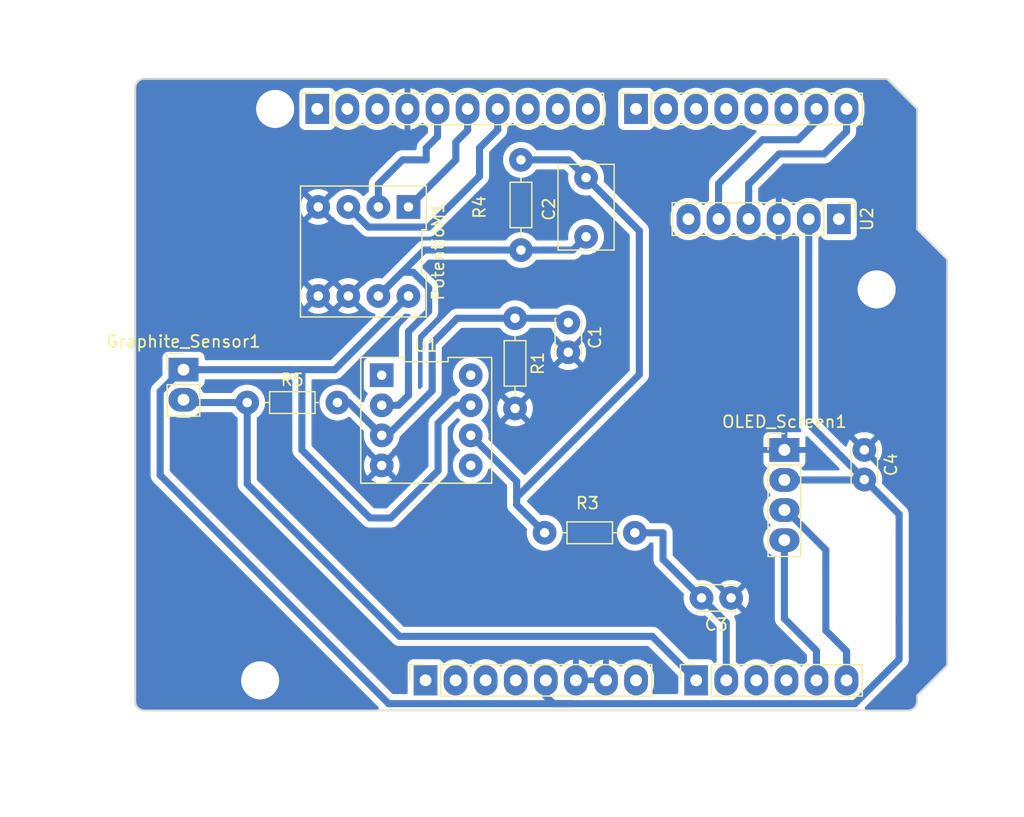
<source format=kicad_pcb>
(kicad_pcb (version 20241229) (generator "pcbnew") (generator_version "9.0")
  (title_block (date "mar. 31 mars 2015"))
  (layers (0 "F.Cu" signal) (2 "B.Cu" signal) (13 "F.Paste" user) (15 "B.Paste" user) (5 "F.SilkS" user "F.Silkscreen") (7 "B.SilkS" user "B.Silkscreen") (1 "F.Mask" user) (3 "B.Mask" user) (25 "Edge.Cuts" user))
  (net 0 "")
  (net 1 "GND")
  (net 3 "+5V")
  (net 4 "/IOREF")
  (net 5 "Net-(U1-+)")
  (net 6 "R2")
  (net 7 "/A2")
  (net 8 "/A3")
  (net 9 "Flex_Out")
  (net 10 "BluetoothInput")
  (net 11 "SCL")
  (net 12 "D11")
  (net 13 "/AREF")
  (net 14 "/8")
  (net 15 "/7")
  (net 16 "D13")
  (net 17 "BluetoothOutput")
  (net 18 "SDA")
  (net 19 "/4")
  (net 20 "/2")
  (net 21 "/*6")
  (net 22 "/*5")
  (net 23 "D12")
  (net 24 "/*3")
  (net 25 "+3V3")
  (net 26 "VCC")
  (net 27 "/~{RESET}")
  (net 28 "Net-(C2-Pad2)")
  (net 29 "AmpliOut")
  (net 30 "/*9")
  (net 36 "/*10")
  (footprint "Connector_PinSocket_2.54mm:PinSocket_1x08_P2.54mm_Vertical" (layer "F.Cu") (at 127.94 97.46 90)
    (property "Reference" "J1" (hide yes))
    (property "Value" "Power")
    (fp_line (start 1.33 -1.33) (end 1.33 0) (stroke (width 0.12)) (layer "F.SilkS"))
    (fp_line (start 0 -1.33) (end 1.33 -1.33) (stroke (width 0.12)) (layer "F.SilkS"))
    (fp_line (start 1.33 1.27) (end 1.33 19.11) (stroke (width 0.12)) (layer "F.SilkS"))
    (fp_line (start -1.33 1.27) (end 1.33 1.27) (stroke (width 0.12)) (layer "F.SilkS"))
    (fp_line (start -1.33 1.27) (end -1.33 19.11) (stroke (width 0.12)) (layer "F.SilkS"))
    (fp_line (start -1.33 19.11) (end 1.33 19.11) (stroke (width 0.12)) (layer "F.SilkS"))
    (pad "1" thru_hole rect (at 0 0 90) (size 2.54 2) (drill 1) (layers "*.Cu" "*.Mask"))
    (pad "2" thru_hole oval (at 0 2.54 90) (size 2.54 2) (drill 1) (layers "*.Cu" "*.Mask") (net 4 "/IOREF"))
    (pad "3" thru_hole oval (at 0 5.08 90) (size 2.54 2) (drill 1) (layers "*.Cu" "*.Mask") (net 27 "/~{RESET}"))
    (pad "4" thru_hole oval (at 0 7.62 90) (size 2.54 2) (drill 1) (layers "*.Cu" "*.Mask") (net 25 "+3V3"))
    (pad "5" thru_hole oval (at 0 10.16 90) (size 2.54 2) (drill 1) (layers "*.Cu" "*.Mask") (net 3 "+5V"))
    (pad "6" thru_hole oval (at 0 12.7 90) (size 2.54 2) (drill 1) (layers "*.Cu" "*.Mask") (net 1 "GND"))
    (pad "7" thru_hole oval (at 0 15.24 90) (size 2.54 2) (drill 1) (layers "*.Cu" "*.Mask") (net 1 "GND"))
    (pad "8" thru_hole oval (at 0 17.78 90) (size 2.54 2) (drill 1) (layers "*.Cu" "*.Mask") (net 26 "VCC"))
  )
  (footprint "Connector_PinSocket_2.54mm:PinSocket_1x06_P2.54mm_Vertical" (layer "F.Cu") (at 150.8 97.46 90)
    (property "Reference" "J3" (hide yes))
    (property "Value" "Analog")
    (fp_line (start 1.33 -1.33) (end 1.33 0) (stroke (width 0.12)) (layer "F.SilkS"))
    (fp_line (start 0 -1.33) (end 1.33 -1.33) (stroke (width 0.12)) (layer "F.SilkS"))
    (fp_line (start 1.33 1.27) (end 1.33 14.03) (stroke (width 0.12)) (layer "F.SilkS"))
    (fp_line (start -1.33 1.27) (end 1.33 1.27) (stroke (width 0.12)) (layer "F.SilkS"))
    (fp_line (start -1.33 1.27) (end -1.33 14.03) (stroke (width 0.12)) (layer "F.SilkS"))
    (fp_line (start -1.33 14.03) (end 1.33 14.03) (stroke (width 0.12)) (layer "F.SilkS"))
    (pad "1" thru_hole rect (at 0 0 90) (size 2.54 2) (drill 1) (layers "*.Cu" "*.Mask") (net 9 "Flex_Out"))
    (pad "2" thru_hole oval (at 0 2.54 90) (size 2.54 2) (drill 1) (layers "*.Cu" "*.Mask") (net 29 "AmpliOut"))
    (pad "3" thru_hole oval (at 0 5.08 90) (size 2.54 2) (drill 1) (layers "*.Cu" "*.Mask") (net 7 "/A2"))
    (pad "4" thru_hole oval (at 0 7.62 90) (size 2.54 2) (drill 1) (layers "*.Cu" "*.Mask") (net 8 "/A3"))
    (pad "5" thru_hole oval (at 0 10.16 90) (size 2.54 2) (drill 1) (layers "*.Cu" "*.Mask") (net 18 "SDA"))
    (pad "6" thru_hole oval (at 0 12.7 90) (size 2.54 2) (drill 1) (layers "*.Cu" "*.Mask") (net 11 "SCL"))
  )
  (footprint "Connector_PinSocket_2.54mm:PinSocket_1x10_P2.54mm_Vertical" (layer "F.Cu") (at 118.796 49.2 90)
    (property "Reference" "J2" (hide yes))
    (property "Value" "Digital/PWM")
    (fp_line (start 1.33 -1.33) (end 1.33 0) (stroke (width 0.12)) (layer "F.SilkS"))
    (fp_line (start 0 -1.33) (end 1.33 -1.33) (stroke (width 0.12)) (layer "F.SilkS"))
    (fp_line (start 1.33 1.27) (end 1.33 24.19) (stroke (width 0.12)) (layer "F.SilkS"))
    (fp_line (start -1.33 1.27) (end 1.33 1.27) (stroke (width 0.12)) (layer "F.SilkS"))
    (fp_line (start -1.33 1.27) (end -1.33 24.19) (stroke (width 0.12)) (layer "F.SilkS"))
    (fp_line (start -1.33 24.19) (end 1.33 24.19) (stroke (width 0.12)) (layer "F.SilkS"))
    (pad "1" thru_hole rect (at 0 0 90) (size 2.54 2) (drill 1) (layers "*.Cu" "*.Mask") (net 11 "SCL"))
    (pad "2" thru_hole oval (at 0 2.54 90) (size 2.54 2) (drill 1) (layers "*.Cu" "*.Mask") (net 18 "SDA"))
    (pad "3" thru_hole oval (at 0 5.08 90) (size 2.54 2) (drill 1) (layers "*.Cu" "*.Mask") (net 13 "/AREF"))
    (pad "4" thru_hole oval (at 0 7.62 90) (size 2.54 2) (drill 1) (layers "*.Cu" "*.Mask") (net 1 "GND"))
    (pad "5" thru_hole oval (at 0 10.16 90) (size 2.54 2) (drill 1) (layers "*.Cu" "*.Mask") (net 16 "D13"))
    (pad "6" thru_hole oval (at 0 12.7 90) (size 2.54 2) (drill 1) (layers "*.Cu" "*.Mask") (net 23 "D12"))
    (pad "7" thru_hole oval (at 0 15.24 90) (size 2.54 2) (drill 1) (layers "*.Cu" "*.Mask") (net 12 "D11"))
    (pad "8" thru_hole oval (at 0 17.78 90) (size 2.54 2) (drill 1) (layers "*.Cu" "*.Mask") (net 36 "/*10"))
    (pad "9" thru_hole oval (at 0 20.32 90) (size 2.54 2) (drill 1) (layers "*.Cu" "*.Mask") (net 30 "/*9"))
    (pad "10" thru_hole oval (at 0 22.86 90) (size 2.54 2) (drill 1) (layers "*.Cu" "*.Mask") (net 14 "/8"))
  )
  (footprint "Connector_PinSocket_2.54mm:PinSocket_1x08_P2.54mm_Vertical" (layer "F.Cu") (at 145.72 49.2 90)
    (property "Reference" "J4" (hide yes))
    (property "Value" "Digital/PWM")
    (fp_line (start 1.33 -1.33) (end 1.33 0) (stroke (width 0.12)) (layer "F.SilkS"))
    (fp_line (start 0 -1.33) (end 1.33 -1.33) (stroke (width 0.12)) (layer "F.SilkS"))
    (fp_line (start 1.33 1.27) (end 1.33 19.11) (stroke (width 0.12)) (layer "F.SilkS"))
    (fp_line (start -1.33 1.27) (end 1.33 1.27) (stroke (width 0.12)) (layer "F.SilkS"))
    (fp_line (start -1.33 1.27) (end -1.33 19.11) (stroke (width 0.12)) (layer "F.SilkS"))
    (fp_line (start -1.33 19.11) (end 1.33 19.11) (stroke (width 0.12)) (layer "F.SilkS"))
    (pad "1" thru_hole rect (at 0 0 90) (size 2.54 2) (drill 1) (layers "*.Cu" "*.Mask") (net 15 "/7"))
    (pad "2" thru_hole oval (at 0 2.54 90) (size 2.54 2) (drill 1) (layers "*.Cu" "*.Mask") (net 21 "/*6"))
    (pad "3" thru_hole oval (at 0 5.08 90) (size 2.54 2) (drill 1) (layers "*.Cu" "*.Mask") (net 22 "/*5"))
    (pad "4" thru_hole oval (at 0 7.62 90) (size 2.54 2) (drill 1) (layers "*.Cu" "*.Mask") (net 19 "/4"))
    (pad "5" thru_hole oval (at 0 10.16 90) (size 2.54 2) (drill 1) (layers "*.Cu" "*.Mask") (net 24 "/*3"))
    (pad "6" thru_hole oval (at 0 12.7 90) (size 2.54 2) (drill 1) (layers "*.Cu" "*.Mask") (net 20 "/2"))
    (pad "7" thru_hole oval (at 0 15.24 90) (size 2.54 2) (drill 1) (layers "*.Cu" "*.Mask") (net 10 "BluetoothInput"))
    (pad "8" thru_hole oval (at 0 17.78 90) (size 2.54 2) (drill 1) (layers "*.Cu" "*.Mask") (net 17 "BluetoothOutput"))
  )
  (footprint "Capacitor_THT:C_Disc_D3.0mm_W2.0mm_P2.50mm" (layer "F.Cu") (at 153.75 90.5 180)
    (property "Reference" "C3" (at 1.25 -2.25 0) (layer "F.SilkS"))
    (property "Value" "100n")
    (fp_line (start 2.87 1.055) (end 2.87 1.12) (stroke (width 0.12)) (layer "F.SilkS"))
    (fp_line (start 2.87 -1.12) (end 2.87 -1.055) (stroke (width 0.12)) (layer "F.SilkS"))
    (fp_line (start -0.37 1.12) (end 2.87 1.12) (stroke (width 0.12)) (layer "F.SilkS"))
    (fp_line (start -0.37 1.055) (end -0.37 1.12) (stroke (width 0.12)) (layer "F.SilkS"))
    (fp_line (start -0.37 -1.12) (end 2.87 -1.12) (stroke (width 0.12)) (layer "F.SilkS"))
    (fp_line (start -0.37 -1.12) (end -0.37 -1.055) (stroke (width 0.12)) (layer "F.SilkS"))
    (pad "1" thru_hole circle (at 0 0 180) (size 2 2) (drill 0.8) (layers "*.Cu" "*.Mask") (net 1 "GND"))
    (pad "2" thru_hole circle (at 2.5 0 180) (size 2 2) (drill 0.8) (layers "*.Cu" "*.Mask") (net 29 "AmpliOut"))
  )
  (footprint "Resistor_THT:R_Axial_DIN0204_L3.6mm_D1.6mm_P7.62mm_Horizontal" (layer "F.Cu") (at 135.5 66.88 -90)
    (property "Reference" "R1" (at 3.81 -1.92 90) (layer "F.SilkS"))
    (property "Value" "100k")
    (fp_line (start 1.89 0.92) (end 5.73 0.92) (stroke (width 0.12)) (layer "F.SilkS"))
    (fp_line (start 5.73 0.92) (end 5.73 -0.92) (stroke (width 0.12)) (layer "F.SilkS"))
    (fp_line (start 1.5 0) (end 1.89 0) (stroke (width 0.12)) (layer "F.SilkS"))
    (fp_line (start 6.5 0) (end 5.73 0) (stroke (width 0.12)) (layer "F.SilkS"))
    (fp_line (start 1.89 -0.92) (end 1.89 0.92) (stroke (width 0.12)) (layer "F.SilkS"))
    (fp_line (start 5.73 -0.92) (end 1.89 -0.92) (stroke (width 0.12)) (layer "F.SilkS"))
    (pad "1" thru_hole circle (at 0 0 270) (size 2 2) (drill 0.8) (layers "*.Cu" "*.Mask") (net 5 "Net-(U1-+)"))
    (pad "2" thru_hole circle (at 7.62 0 270) (size 2 2) (drill 0.8) (layers "*.Cu" "*.Mask") (net 1 "GND"))
  )
  (footprint "Capteur4A:Sensor" (layer "F.Cu") (at 107.5 71.225)
    (property "Reference" "Graphite_Sensor1" (at 0 -2.38 0) (layer "F.SilkS"))
    (property "Value" "~")
    (fp_line (start -1.38 -1.38) (end 0 -1.38) (stroke (width 0.12)) (layer "F.SilkS"))
    (fp_line (start -1.38 0) (end -1.38 -1.38) (stroke (width 0.12)) (layer "F.SilkS"))
    (fp_line (start -1.38 1.27) (end -1.38 3.92) (stroke (width 0.12)) (layer "F.SilkS"))
    (fp_line (start -1.38 1.27) (end 1.38 1.27) (stroke (width 0.12)) (layer "F.SilkS"))
    (fp_line (start -1.38 3.92) (end 1.38 3.92) (stroke (width 0.12)) (layer "F.SilkS"))
    (fp_line (start 1.38 1.27) (end 1.38 3.92) (stroke (width 0.12)) (layer "F.SilkS"))
    (pad "1" thru_hole rect (at 0 0) (size 2.54 2) (drill 1) (layers "*.Cu" "*.Mask") (net 3 "+5V"))
    (pad "2" thru_hole oval (at 0 2.54) (size 2.54 2) (drill 1) (layers "*.Cu" "*.Mask") (net 9 "Flex_Out"))
  )
  (footprint "Resistor_THT:R_Axial_DIN0204_L3.6mm_D1.6mm_P7.62mm_Horizontal" (layer "F.Cu") (at 138 85)
    (property "Reference" "R3" (at 3.62 -2.5 0) (layer "F.SilkS"))
    (property "Value" "1K")
    (fp_line (start 1.5 0) (end 1.89 0) (stroke (width 0.12)) (layer "F.SilkS"))
    (fp_line (start 1.89 -0.92) (end 1.89 0.92) (stroke (width 0.12)) (layer "F.SilkS"))
    (fp_line (start 1.89 0.92) (end 5.73 0.92) (stroke (width 0.12)) (layer "F.SilkS"))
    (fp_line (start 5.73 -0.92) (end 1.89 -0.92) (stroke (width 0.12)) (layer "F.SilkS"))
    (fp_line (start 5.73 0.92) (end 5.73 -0.92) (stroke (width 0.12)) (layer "F.SilkS"))
    (fp_line (start 6.5 0) (end 5.73 0) (stroke (width 0.12)) (layer "F.SilkS"))
    (pad "1" thru_hole circle (at 0 0) (size 2 2) (drill 0.8) (layers "*.Cu" "*.Mask") (net 28 "Net-(C2-Pad2)"))
    (pad "2" thru_hole circle (at 7.62 0) (size 2 2) (drill 0.8) (layers "*.Cu" "*.Mask") (net 29 "AmpliOut"))
  )
  (footprint "Capteur4A:HCO5" (layer "F.Cu") (at 162.85 58.5 -90)
    (property "Reference" "U2" (at 0 -2.38 90) (layer "F.SilkS"))
    (property "Value" "HC05")
    (fp_line (start -1.38 14.08) (end 1.38 14.08) (stroke (width 0.12)) (layer "F.SilkS"))
    (fp_line (start -1.38 1.27) (end -1.38 14.08) (stroke (width 0.12)) (layer "F.SilkS"))
    (fp_line (start -1.38 1.27) (end 1.38 1.27) (stroke (width 0.12)) (layer "F.SilkS"))
    (fp_line (start 1.38 1.27) (end 1.38 14.08) (stroke (width 0.12)) (layer "F.SilkS"))
    (fp_line (start -1.38 0) (end -1.38 -1.38) (stroke (width 0.12)) (layer "F.SilkS"))
    (fp_line (start -1.38 -1.38) (end 0 -1.38) (stroke (width 0.12)) (layer "F.SilkS"))
    (pad "EN" thru_hole rect (at 0 0 270) (size 2.54 2) (drill 1) (layers "*.Cu" "*.Mask"))
    (pad "GND" thru_hole oval (at 0 5.08 270) (size 2.54 2) (drill 1) (layers "*.Cu" "*.Mask") (net 1 "GND"))
    (pad "RXD" thru_hole oval (at 0 10.16 270) (size 2.54 2) (drill 1) (layers "*.Cu" "*.Mask") (net 10 "BluetoothInput"))
    (pad "STATE" thru_hole oval (at 0 12.7 270) (size 2.54 2) (drill 1) (layers "*.Cu" "*.Mask"))
    (pad "TXD" thru_hole oval (at 0 7.62 270) (size 2.54 2) (drill 1) (layers "*.Cu" "*.Mask") (net 17 "BluetoothOutput"))
    (pad "VCC" thru_hole oval (at 0 2.54 270) (size 2.54 2) (drill 1) (layers "*.Cu" "*.Mask") (net 3 "+5V"))
  )
  (footprint "Arduino_MountingHole:MountingHole_3.2mm" (layer "F.Cu") (at 115.24 49.2)
    (property "Reference" "MH1" (hide yes))
    (property "Value" "MountingHole_3.2mm" (hide yes))
    (pad "" np_thru_hole circle (at 0 0) (size 3.2 3.2) (drill 3.2) (layers "*.Cu" "*.Mask"))
  )
  (footprint "Capteur4A:MCP41050" (layer "F.Cu") (at 122.69 61.24 180)
    (property "Reference" "PotentioM1" (at -6.31 0 90) (layer "F.SilkS"))
    (property "Value" "MCP41050-I_SN")
    (fp_line (start 5.31 5.53) (end 5.31 -5.53) (stroke (width 0.12)) (layer "F.SilkS"))
    (fp_line (start 5.31 -5.53) (end -5.31 -5.53) (stroke (width 0.12)) (layer "F.SilkS"))
    (fp_line (start -4.95 1.843333) (end -5.31 1.843333) (stroke (width 0.12)) (layer "F.SilkS"))
    (fp_line (start -4.95 -1.843333) (end -4.95 1.843333) (stroke (width 0.12)) (layer "F.SilkS"))
    (fp_line (start -5.31 5.53) (end 5.31 5.53) (stroke (width 0.12)) (layer "F.SilkS"))
    (fp_line (start -5.31 1.843333) (end -5.31 5.53) (stroke (width 0.12)) (layer "F.SilkS"))
    (fp_line (start -5.31 -1.843333) (end -4.95 -1.843333) (stroke (width 0.12)) (layer "F.SilkS"))
    (fp_line (start -5.31 -5.53) (end -5.31 -1.843333) (stroke (width 0.12)) (layer "F.SilkS"))
    (pad "1" thru_hole rect (at -3.81 3.76 180) (size 2 2) (drill 0.8) (layers "*.Cu" "*.Mask") (net 23 "D12"))
    (pad "2" thru_hole circle (at -1.27 3.76 180) (size 2 2) (drill 0.8) (layers "*.Cu" "*.Mask") (net 16 "D13"))
    (pad "3" thru_hole circle (at 1.27 3.76 180) (size 2 2) (drill 0.8) (layers "*.Cu" "*.Mask") (net 12 "D11"))
    (pad "4" thru_hole circle (at 3.81 3.76 180) (size 2 2) (drill 0.8) (layers "*.Cu" "*.Mask") (net 1 "GND"))
    (pad "5" thru_hole circle (at 3.81 -3.76 180) (size 2 2) (drill 0.8) (layers "*.Cu" "*.Mask") (net 1 "GND"))
    (pad "6" thru_hole circle (at 1.27 -3.76 180) (size 2 2) (drill 0.8) (layers "*.Cu" "*.Mask") (net 1 "GND"))
    (pad "7" thru_hole circle (at -1.27 -3.76 180) (size 2 2) (drill 0.8) (layers "*.Cu" "*.Mask") (net 6 "R2"))
    (pad "8" thru_hole circle (at -3.81 -3.76 180) (size 2 2) (drill 0.8) (layers "*.Cu" "*.Mask") (net 3 "+5V"))
  )
  (footprint "Capacitor_THT:C_Rect_L7.0mm_W4.5mm_P5.00mm" (layer "F.Cu") (at 141.5 60 90)
    (property "Reference" "C2" (at 2.333334 -3.14042 90) (layer "F.SilkS"))
    (property "Value" "1µ")
    (fp_line (start 6.12 -2.37) (end 6.12 2.37) (stroke (width 0.12)) (layer "F.SilkS"))
    (fp_line (start -1.12 -2.37) (end 6.12 -2.37) (stroke (width 0.12)) (layer "F.SilkS"))
    (fp_line (start -1.12 -2.37) (end -1.12 2.37) (stroke (width 0.12)) (layer "F.SilkS"))
    (fp_line (start -1.12 2.37) (end 6.12 2.37) (stroke (width 0.12)) (layer "F.SilkS"))
    (pad "1" thru_hole circle (at 0 0 90) (size 2 2) (drill 0.8) (layers "*.Cu" "*.Mask") (net 6 "R2"))
    (pad "2" thru_hole circle (at 5 0 90) (size 2 2) (drill 0.8) (layers "*.Cu" "*.Mask") (net 28 "Net-(C2-Pad2)"))
  )
  (footprint "Capteur4A:LTC1050" (layer "F.Cu") (at 128 75.5 -90)
    (property "Reference" "U1" (at -6.31 0 0) (layer "F.SilkS"))
    (property "Value" "LTC1050")
    (fp_line (start -5.31 5.53) (end 5.31 5.53) (stroke (width 0.12)) (layer "F.SilkS"))
    (fp_line (start 5.31 5.53) (end 5.31 -5.53) (stroke (width 0.12)) (layer "F.SilkS"))
    (fp_line (start -5.31 1.843333) (end -5.31 5.53) (stroke (width 0.12)) (layer "F.SilkS"))
    (fp_line (start -4.95 1.843333) (end -5.31 1.843333) (stroke (width 0.12)) (layer "F.SilkS"))
    (fp_line (start -5.31 -1.843333) (end -4.95 -1.843333) (stroke (width 0.12)) (layer "F.SilkS"))
    (fp_line (start -4.95 -1.843333) (end -4.95 1.843333) (stroke (width 0.12)) (layer "F.SilkS"))
    (fp_line (start -5.31 -5.53) (end -5.31 -1.843333) (stroke (width 0.12)) (layer "F.SilkS"))
    (fp_line (start 5.31 -5.53) (end -5.31 -5.53) (stroke (width 0.12)) (layer "F.SilkS"))
    (pad "1" thru_hole rect (at -3.81 3.76 270) (size 2 2) (drill 0.8) (layers "*.Cu" "*.Mask"))
    (pad "2" thru_hole circle (at -1.27 3.76 270) (size 2 2) (drill 0.8) (layers "*.Cu" "*.Mask") (net 6 "R2"))
    (pad "3" thru_hole circle (at 1.27 3.76 270) (size 2 2) (drill 0.8) (layers "*.Cu" "*.Mask") (net 5 "Net-(U1-+)"))
    (pad "4" thru_hole circle (at 3.81 3.76 270) (size 2 2) (drill 0.8) (layers "*.Cu" "*.Mask") (net 1 "GND"))
    (pad "5" thru_hole circle (at 3.81 -3.76 270) (size 2 2) (drill 0.8) (layers "*.Cu" "*.Mask"))
    (pad "6" thru_hole circle (at 1.27 -3.76 270) (size 2 2) (drill 0.8) (layers "*.Cu" "*.Mask") (net 28 "Net-(C2-Pad2)"))
    (pad "7" thru_hole circle (at -1.27 -3.76 270) (size 2 2) (drill 0.8) (layers "*.Cu" "*.Mask") (net 3 "+5V"))
    (pad "8" thru_hole circle (at -3.81 -3.76 270) (size 2 2) (drill 0.8) (layers "*.Cu" "*.Mask"))
  )
  (footprint "Capacitor_THT:C_Disc_D3.0mm_W2.0mm_P2.50mm" (layer "F.Cu") (at 140 67.25 -90)
    (property "Reference" "C1" (at 1.25 -2.25 90) (layer "F.SilkS"))
    (property "Value" "100n")
    (fp_line (start -0.37 1.12) (end 2.87 1.12) (stroke (width 0.12)) (layer "F.SilkS"))
    (fp_line (start -0.37 1.055) (end -0.37 1.12) (stroke (width 0.12)) (layer "F.SilkS"))
    (fp_line (start 2.87 1.055) (end 2.87 1.12) (stroke (width 0.12)) (layer "F.SilkS"))
    (fp_line (start -0.37 -1.12) (end -0.37 -1.055) (stroke (width 0.12)) (layer "F.SilkS"))
    (fp_line (start -0.37 -1.12) (end 2.87 -1.12) (stroke (width 0.12)) (layer "F.SilkS"))
    (fp_line (start 2.87 -1.12) (end 2.87 -1.055) (stroke (width 0.12)) (layer "F.SilkS"))
    (pad "1" thru_hole circle (at 0 0 270) (size 2 2) (drill 0.8) (layers "*.Cu" "*.Mask") (net 5 "Net-(U1-+)"))
    (pad "2" thru_hole circle (at 2.5 0 270) (size 2 2) (drill 0.8) (layers "*.Cu" "*.Mask") (net 1 "GND"))
  )
  (footprint "Resistor_THT:R_Axial_DIN0204_L3.6mm_D1.6mm_P7.62mm_Horizontal" (layer "F.Cu") (at 136 53.5 -90)
    (property "Reference" "R4" (at 4 3.5 90) (layer "F.SilkS"))
    (property "Value" "100k")
    (fp_line (start 1.89 0.92) (end 5.73 0.92) (stroke (width 0.12)) (layer "F.SilkS"))
    (fp_line (start 5.73 0.92) (end 5.73 -0.92) (stroke (width 0.12)) (layer "F.SilkS"))
    (fp_line (start 1.5 0) (end 1.89 0) (stroke (width 0.12)) (layer "F.SilkS"))
    (fp_line (start 6.5 0) (end 5.73 0) (stroke (width 0.12)) (layer "F.SilkS"))
    (fp_line (start 1.89 -0.92) (end 1.89 0.92) (stroke (width 0.12)) (layer "F.SilkS"))
    (fp_line (start 5.73 -0.92) (end 1.89 -0.92) (stroke (width 0.12)) (layer "F.SilkS"))
    (pad "1" thru_hole circle (at 0 0 270) (size 2 2) (drill 0.8) (layers "*.Cu" "*.Mask") (net 28 "Net-(C2-Pad2)"))
    (pad "2" thru_hole circle (at 7.62 0 270) (size 2 2) (drill 0.8) (layers "*.Cu" "*.Mask") (net 6 "R2"))
  )
  (footprint "Capteur4A:OLED" (layer "F.Cu") (at 158.25 78)
    (property "Reference" "OLED_Screen1" (at 0 -2.38 0) (layer "F.SilkS"))
    (property "Value" "~")
    (fp_line (start -1.38 -1.38) (end 0 -1.38) (stroke (width 0.12)) (layer "F.SilkS"))
    (fp_line (start -1.38 0) (end -1.38 -1.38) (stroke (width 0.12)) (layer "F.SilkS"))
    (fp_line (start -1.38 1.27) (end -1.38 9) (stroke (width 0.12)) (layer "F.SilkS"))
    (fp_line (start -1.38 1.27) (end 1.38 1.27) (stroke (width 0.12)) (layer "F.SilkS"))
    (fp_line (start -1.38 9) (end 1.38 9) (stroke (width 0.12)) (layer "F.SilkS"))
    (fp_line (start 1.38 1.27) (end 1.38 9) (stroke (width 0.12)) (layer "F.SilkS"))
    (pad "1" thru_hole rect (at 0 0) (size 2.54 2) (drill 1) (layers "*.Cu" "*.Mask") (net 1 "GND"))
    (pad "2" thru_hole oval (at 0 2.54) (size 2.54 2) (drill 1) (layers "*.Cu" "*.Mask") (net 3 "+5V"))
    (pad "3" thru_hole oval (at 0 5.08) (size 2.54 2) (drill 1) (layers "*.Cu" "*.Mask") (net 11 "SCL"))
    (pad "4" thru_hole oval (at 0 7.62) (size 2.54 2) (drill 1) (layers "*.Cu" "*.Mask") (net 18 "SDA"))
  )
  (footprint "Resistor_THT:R_Axial_DIN0204_L3.6mm_D1.6mm_P7.62mm_Horizontal" (layer "F.Cu") (at 112.88 74)
    (property "Reference" "R5" (at 3.81 -1.92 0) (layer "F.SilkS"))
    (property "Value" "10k")
    (fp_line (start 1.5 0) (end 1.89 0) (stroke (width 0.12)) (layer "F.SilkS"))
    (fp_line (start 1.89 -0.92) (end 1.89 0.92) (stroke (width 0.12)) (layer "F.SilkS"))
    (fp_line (start 1.89 0.92) (end 5.73 0.92) (stroke (width 0.12)) (layer "F.SilkS"))
    (fp_line (start 5.73 -0.92) (end 1.89 -0.92) (stroke (width 0.12)) (layer "F.SilkS"))
    (fp_line (start 5.73 0.92) (end 5.73 -0.92) (stroke (width 0.12)) (layer "F.SilkS"))
    (fp_line (start 6 0) (end 5.73 0) (stroke (width 0.12)) (layer "F.SilkS"))
    (pad "1" thru_hole circle (at 0 0) (size 2 2) (drill 0.8) (layers "*.Cu" "*.Mask") (net 9 "Flex_Out"))
    (pad "2" thru_hole circle (at 7.62 0) (size 2 2) (drill 0.8) (layers "*.Cu" "*.Mask") (net 5 "Net-(U1-+)"))
  )
  (footprint "Arduino_MountingHole:MountingHole_3.2mm" (layer "F.Cu") (at 113.97 97.46)
    (property "Reference" "MH2" (hide yes))
    (property "Value" "MountingHole_3.2mm" (hide yes))
    (pad "" np_thru_hole circle (at 0 0) (size 3.2 3.2) (drill 3.2) (layers "*.Cu" "*.Mask"))
  )
  (footprint "Arduino_MountingHole:MountingHole_3.2mm" (layer "F.Cu") (at 166.04 64.44)
    (property "Reference" "MH3" (hide yes))
    (property "Value" "MountingHole_3.2mm" (hide yes))
    (pad "" np_thru_hole circle (at 0 0) (size 3.2 3.2) (drill 3.2) (layers "*.Cu" "*.Mask"))
  )
  (footprint "Capacitor_THT:C_Disc_D3.0mm_W2.0mm_P2.50mm" (layer "F.Cu") (at 165 78 -90)
    (property "Reference" "C4" (at 1.25 -2.25 90) (layer "F.SilkS"))
    (property "Value" "100n")
    (fp_line (start -0.37 1.12) (end 2.87 1.12) (stroke (width 0.12)) (layer "F.SilkS"))
    (fp_line (start -0.37 1.055) (end -0.37 1.12) (stroke (width 0.12)) (layer "F.SilkS"))
    (fp_line (start 2.87 1.055) (end 2.87 1.12) (stroke (width 0.12)) (layer "F.SilkS"))
    (fp_line (start -0.37 -1.12) (end -0.37 -1.055) (stroke (width 0.12)) (layer "F.SilkS"))
    (fp_line (start -0.37 -1.12) (end 2.87 -1.12) (stroke (width 0.12)) (layer "F.SilkS"))
    (fp_line (start 2.87 -1.12) (end 2.87 -1.055) (stroke (width 0.12)) (layer "F.SilkS"))
    (pad "1" thru_hole circle (at 0 0 270) (size 2 2) (drill 0.8) (layers "*.Cu" "*.Mask") (net 1 "GND"))
    (pad "2" thru_hole circle (at 2.5 0 270) (size 2 2) (drill 0.8) (layers "*.Cu" "*.Mask") (net 3 "+5V"))
  )
  (footprint "Arduino_MountingHole:MountingHole_3.2mm" (layer "F.Cu") (at 166.04 92.38)
    (property "Reference" "MH4" (hide yes))
    (property "Value" "MountingHole_3.2mm" (hide yes))
    (pad "" np_thru_hole circle (at 0 0) (size 3.2 3.2) (drill 3.2) (layers "*.Cu" "*.Mask"))
  )
  (gr_line (start 169.46 59.36) (end 172 61.9) (stroke (width 0.15)) (layer "Edge.Cuts"))
  (gr_line (start 103.42 99.238) (end 103.42 47.422) (stroke (width 0.15)) (layer "Edge.Cuts"))
  (gr_line (start 172 61.9) (end 172 96.19) (stroke (width 0.15)) (layer "Edge.Cuts"))
  (gr_line (start 168.698 100) (end 104.182 100) (stroke (width 0.15)) (layer "Edge.Cuts"))
  (gr_line (start 104.182 46.66) (end 166.92 46.66) (stroke (width 0.15)) (layer "Edge.Cuts"))
  (gr_arc (start 104.182 100) (mid 103.643185 99.776815) (end 103.42 99.238) (stroke (width 0.15)) (layer "Edge.Cuts"))
  (gr_line (start 172 96.19) (end 169.46 98.73) (stroke (width 0.15)) (layer "Edge.Cuts"))
  (gr_line (start 166.92 46.66) (end 169.46 49.2) (stroke (width 0.15)) (layer "Edge.Cuts"))
  (gr_arc (start 169.46 99.238) (mid 169.236815 99.776815) (end 168.698 100) (stroke (width 0.15)) (layer "Edge.Cuts"))
  (gr_line (start 169.46 49.2) (end 169.46 59.36) (stroke (width 0.15)) (layer "Edge.Cuts"))
  (gr_line (start 169.46 98.73) (end 169.46 99.238) (stroke (width 0.15)) (layer "Edge.Cuts"))
  (gr_arc (start 103.42 47.422) (mid 103.643185 46.883185) (end 104.182 46.66) (stroke (width 0.15)) (layer "Edge.Cuts"))
  (segment (start 105.529 80.136628) (end 124.823372 99.431) (width 0.6) (layer "B.Cu") (net 3))
  (segment (start 167.941 83.441) (end 165 80.5) (width 0.6) (layer "B.Cu") (net 3))
  (segment (start 129 79.75) (end 129 75.75) (width 0.6) (layer "B.Cu") (net 3))
  (segment (start 120.275 71.225) (end 126.5 65) (width 0.6) (layer "B.Cu") (net 3))
  (segment (start 129 75.75) (end 130.52 74.23) (width 0.6) (layer "B.Cu") (net 3))
  (segment (start 138.741 99.431) (end 140.25 99.431) (width 0.6) (layer "B.Cu") (net 3))
  (segment (start 124.823372 99.431) (end 140.25 99.431) (width 0.6) (layer "B.Cu") (net 3))
  (segment (start 107.5 71.225) (end 107.364423 71.225) (width 0.6) (layer "B.Cu") (net 3))
  (segment (start 117.5 78) (end 123.25 83.75) (width 0.6) (layer "B.Cu") (net 3))
  (segment (start 125 83.75) (end 129 79.75) (width 0.6) (layer "B.Cu") (net 3))
  (segment (start 123.25 83.75) (end 125 83.75) (width 0.6) (layer "B.Cu") (net 3))
  (segment (start 160.31 75.81) (end 165 80.5) (width 0.6) (layer "B.Cu") (net 3))
  (segment (start 107.5 71.225) (end 116.5 71.225) (width 0.6) (layer "B.Cu") (net 3))
  (segment (start 140.25 99.431) (end 164.204577 99.431) (width 0.6) (layer "B.Cu") (net 3))
  (segment (start 130.52 74.23) (end 131.76 74.23) (width 0.6) (layer "B.Cu") (net 3))
  (segment (start 117.5 71.225) (end 120.275 71.225) (width 0.6) (layer "B.Cu") (net 3))
  (segment (start 138.1 97.46) (end 138.1 98.79) (width 0.6) (layer "B.Cu") (net 3))
  (segment (start 116.5 71.225) (end 117.5 71.225) (width 0.6) (layer "B.Cu") (net 3))
  (segment (start 107.364423 71.225) (end 105.529 73.060423) (width 0.6) (layer "B.Cu") (net 3))
  (segment (start 138.1 98.79) (end 138.741 99.431) (width 0.6) (layer "B.Cu") (net 3))
  (segment (start 105.529 73.060423) (end 105.529 80.136628) (width 0.6) (layer "B.Cu") (net 3))
  (segment (start 160.31 58.5) (end 160.31 75.81) (width 0.6) (layer "B.Cu") (net 3))
  (segment (start 164.96 80.54) (end 165 80.5) (width 0.6) (layer "B.Cu") (net 3))
  (segment (start 158.25 80.54) (end 164.96 80.54) (width 0.6) (layer "B.Cu") (net 3))
  (segment (start 164.204577 99.431) (end 167.941 95.694577) (width 0.6) (layer "B.Cu") (net 3))
  (segment (start 117.5 71.225) (end 117.5 78) (width 0.6) (layer "B.Cu") (net 3))
  (segment (start 167.941 95.694577) (end 167.941 83.441) (width 0.6) (layer "B.Cu") (net 3))
  (segment (start 135.5 66.88) (end 130.62 66.88) (width 0.6) (layer "B.Cu") (net 5))
  (segment (start 139.63 66.88) (end 140 67.25) (width 0.6) (layer "B.Cu") (net 5))
  (segment (start 128.5 73) (end 124.73 76.77) (width 0.6) (layer "B.Cu") (net 5))
  (segment (start 124.73 76.77) (end 124.24 76.77) (width 0.6) (layer "B.Cu") (net 5))
  (segment (start 121.47 74) (end 124.24 76.77) (width 0.6) (layer "B.Cu") (net 5))
  (segment (start 128.5 69) (end 128.5 73) (width 0.6) (layer "B.Cu") (net 5))
  (segment (start 135.5 66.88) (end 139.63 66.88) (width 0.6) (layer "B.Cu") (net 5))
  (segment (start 120.5 74) (end 121.47 74) (width 0.6) (layer "B.Cu") (net 5))
  (segment (start 130.62 66.88) (end 128.5 69) (width 0.6) (layer "B.Cu") (net 5))
  (segment (start 128.201 66.299) (end 128.201 64.295422) (width 0.6) (layer "B.Cu") (net 6))
  (segment (start 136 61.12) (end 140.38 61.12) (width 0.6) (layer "B.Cu") (net 6))
  (segment (start 125.654213 74.23) (end 126.5 73.384213) (width 0.6) (layer "B.Cu") (net 6))
  (segment (start 125.96 63) (end 123.96 65) (width 0.6) (layer "B.Cu") (net 6))
  (segment (start 140.38 61.12) (end 141.5 60) (width 0.6) (layer "B.Cu") (net 6))
  (segment (start 124.24 74.23) (end 125.654213 74.23) (width 0.6) (layer "B.Cu") (net 6))
  (segment (start 128.201 64.295422) (end 126.905578 63) (width 0.6) (layer "B.Cu") (net 6))
  (segment (start 126.905578 63) (end 125.96 63) (width 0.6) (layer "B.Cu") (net 6))
  (segment (start 126.5 73.384213) (end 126.5 68) (width 0.6) (layer "B.Cu") (net 6))
  (segment (start 126.5 68) (end 128.201 66.299) (width 0.6) (layer "B.Cu") (net 6))
  (segment (start 123.96 65) (end 127.84 61.12) (width 0.6) (layer "B.Cu") (net 6))
  (segment (start 127.84 61.12) (end 136 61.12) (width 0.6) (layer "B.Cu") (net 6))
  (segment (start 125.75 93.75) (end 147.09 93.75) (width 0.6) (layer "B.Cu") (net 9))
  (segment (start 112.88 74) (end 107.735 74) (width 0.6) (layer "B.Cu") (net 9))
  (segment (start 107.735 74) (end 107.5 73.765) (width 0.6) (layer "B.Cu") (net 9))
  (segment (start 112.88 74) (end 112.88 80.88) (width 0.6) (layer "B.Cu") (net 9))
  (segment (start 112.88 80.88) (end 125.75 93.75) (width 0.6) (layer "B.Cu") (net 9))
  (segment (start 147.09 93.75) (end 150.8 97.46) (width 0.6) (layer "B.Cu") (net 9))
  (segment (start 152.69 58.5) (end 152.69 55.51) (width 0.6) (layer "B.Cu") (net 10))
  (segment (start 159.4 51.8) (end 160.96 50.24) (width 0.6) (layer "B.Cu") (net 10))
  (segment (start 160.96 50.24) (end 160.96 49.2) (width 0.6) (layer "B.Cu") (net 10))
  (segment (start 156.4 51.8) (end 159.4 51.8) (width 0.6) (layer "B.Cu") (net 10))
  (segment (start 152.69 55.51) (end 156.4 51.8) (width 0.6) (layer "B.Cu") (net 10))
  (segment (start 163.5 95) (end 163.5 97.46) (width 0.6) (layer "B.Cu") (net 11))
  (segment (start 158.25 83.08) (end 158.385577 83.08) (width 0.6) (layer "B.Cu") (net 11))
  (segment (start 158.385577 83.08) (end 161.75 86.444423) (width 0.6) (layer "B.Cu") (net 11))
  (segment (start 161.75 93.25) (end 163.5 95) (width 0.6) (layer "B.Cu") (net 11))
  (segment (start 158.52 83.08) (end 158.25 83.08) (width 0.6) (layer "B.Cu") (net 11))
  (segment (start 161.75 86.444423) (end 161.75 93.25) (width 0.6) (layer "B.Cu") (net 11))
  (segment (start 132.5 54.882) (end 128.201 59.181) (width 0.6) (layer "B.Cu") (net 12))
  (segment (start 128.201 59.181) (end 123.121 59.181) (width 0.6) (layer "B.Cu") (net 12))
  (segment (start 134.036 49.2) (end 134.036 50.964) (width 0.6) (layer "B.Cu") (net 12))
  (segment (start 132.5 52.5) (end 132.5 54.882) (width 0.6) (layer "B.Cu") (net 12))
  (segment (start 123.121 59.181) (end 121.42 57.48) (width 0.6) (layer "B.Cu") (net 12))
  (segment (start 134.036 50.964) (end 132.5 52.5) (width 0.6) (layer "B.Cu") (net 12))
  (segment (start 123.96 57.48) (end 123.96 55.54) (width 0.6) (layer "B.Cu") (net 16))
  (segment (start 128.956 51.544) (end 128.956 49.2) (width 0.6) (layer "B.Cu") (net 16))
  (segment (start 128 53.5) (end 128 52.5) (width 0.6) (layer "B.Cu") (net 16))
  (segment (start 128 52.5) (end 128.956 51.544) (width 0.6) (layer "B.Cu") (net 16))
  (segment (start 126 53.5) (end 128 53.5) (width 0.6) (layer "B.Cu") (net 16))
  (segment (start 123.96 55.54) (end 126 53.5) (width 0.6) (layer "B.Cu") (net 16))
  (segment (start 161.6 53) (end 163.5 51.1) (width 0.6) (layer "B.Cu") (net 17))
  (segment (start 155.23 58.5) (end 155.23 55.52) (width 0.6) (layer "B.Cu") (net 17))
  (segment (start 157.8 53) (end 161.6 53) (width 0.6) (layer "B.Cu") (net 17))
  (segment (start 155.23 55.52) (end 155.28 55.52) (width 0.6) (layer "B.Cu") (net 17))
  (segment (start 163.5 51.1) (end 163.5 49.2) (width 0.6) (layer "B.Cu") (net 17))
  (segment (start 155.28 55.52) (end 157.8 53) (width 0.6) (layer "B.Cu") (net 17))
  (segment (start 160.96 97.46) (end 160.96 94.96) (width 0.6) (layer "B.Cu") (net 18))
  (segment (start 160.96 94.96) (end 158.25 92.25) (width 0.6) (layer "B.Cu") (net 18))
  (segment (start 158.25 92.25) (end 158.25 85.62) (width 0.6) (layer "B.Cu") (net 18))
  (segment (start 126.52 57.48) (end 130.5 53.5) (width 0.6) (layer "B.Cu") (net 23))
  (segment (start 131.496 49.2) (end 131.496 51.004) (width 0.6) (layer "B.Cu") (net 23))
  (segment (start 126.5 57.48) (end 126.52 57.48) (width 0.6) (layer "B.Cu") (net 23))
  (segment (start 130.5 52) (end 130.5 53.5) (width 0.6) (layer "B.Cu") (net 23))
  (segment (start 131.496 51.004) (end 130.5 52) (width 0.6) (layer "B.Cu") (net 23))
  (segment (start 135.635578 80.645578) (end 135.635578 82) (width 0.6) (layer "B.Cu") (net 28))
  (segment (start 135.635578 82.635578) (end 135.635578 82) (width 0.6) (layer "B.Cu") (net 28))
  (segment (start 146 71.635578) (end 135.635578 82) (width 0.6) (layer "B.Cu") (net 28))
  (segment (start 131.76 76.77) (end 135.635578 80.645578) (width 0.6) (layer "B.Cu") (net 28))
  (segment (start 141.5 55) (end 146 59.5) (width 0.6) (layer "B.Cu") (net 28))
  (segment (start 146 59.5) (end 146 71.635578) (width 0.6) (layer "B.Cu") (net 28))
  (segment (start 138 85) (end 135.635578 82.635578) (width 0.6) (layer "B.Cu") (net 28))
  (segment (start 140 53.5) (end 136 53.5) (width 0.6) (layer "B.Cu") (net 28))
  (segment (start 141.5 55) (end 140 53.5) (width 0.6) (layer "B.Cu") (net 28))
  (segment (start 145.62 85) (end 148 85) (width 0.6) (layer "B.Cu") (net 29))
  (segment (start 153.34 98.339) (end 153.34 97.46) (width 0.6) (layer "B.Cu") (net 29))
  (segment (start 148 87.25) (end 151.25 90.5) (width 0.6) (layer "B.Cu") (net 29))
  (segment (start 148 85) (end 148 87.25) (width 0.6) (layer "B.Cu") (net 29))
  (segment (start 153.34 97.09) (end 153.25 97) (width 0.6) (layer "B.Cu") (net 29))
  (segment (start 153.34 97.46) (end 153.34 92.59) (width 0.6) (layer "B.Cu") (net 29))
  (segment (start 153.34 97.46) (end 153.34 97.09) (width 0.6) (layer "B.Cu") (net 29))
  (segment (start 153.34 92.59) (end 151.25 90.5) (width 0.6) (layer "B.Cu") (net 29))
  (segment (start 136.576 49.335577) (end 136.576 49.2) (width 0.6) (layer "B.Cu") (net 36))
  (segment (start 136.576 49.405628) (end 136.576 49.2) (width 0.6) (layer "B.Cu") (net 36))
  (zone (net 1) (net_name "GND") (layer "B.Cu") (connect_pads (clearance 0.508)) (min_thickness 0.25) (fill yes (thermal_gap 0.5) (thermal_bridge_width 0.5))
    (polygon (pts (xy 92 40) (xy 178 41) (xy 178.5 108) (xy 94 109)))
  )
)
</source>
